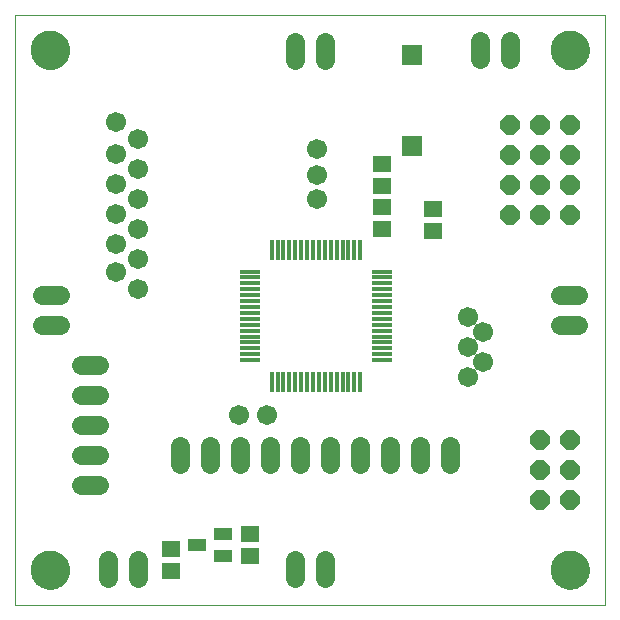
<source format=gts>
G75*
G70*
%OFA0B0*%
%FSLAX24Y24*%
%IPPOS*%
%LPD*%
%AMOC8*
5,1,8,0,0,1.08239X$1,22.5*
%
%ADD10C,0.0000*%
%ADD11C,0.1300*%
%ADD12R,0.0670X0.0158*%
%ADD13R,0.0158X0.0670*%
%ADD14C,0.0670*%
%ADD15C,0.0640*%
%ADD16OC8,0.0640*%
%ADD17R,0.0631X0.0552*%
%ADD18R,0.0591X0.0434*%
%ADD19R,0.0670X0.0670*%
D10*
X003295Y003295D02*
X022980Y003295D01*
X022980Y022980D01*
X003295Y022980D01*
X003295Y003295D01*
X003846Y004476D02*
X003848Y004526D01*
X003854Y004576D01*
X003864Y004625D01*
X003878Y004673D01*
X003895Y004720D01*
X003916Y004765D01*
X003941Y004809D01*
X003969Y004850D01*
X004001Y004889D01*
X004035Y004926D01*
X004072Y004960D01*
X004112Y004990D01*
X004154Y005017D01*
X004198Y005041D01*
X004244Y005062D01*
X004291Y005078D01*
X004339Y005091D01*
X004389Y005100D01*
X004438Y005105D01*
X004489Y005106D01*
X004539Y005103D01*
X004588Y005096D01*
X004637Y005085D01*
X004685Y005070D01*
X004731Y005052D01*
X004776Y005030D01*
X004819Y005004D01*
X004860Y004975D01*
X004899Y004943D01*
X004935Y004908D01*
X004967Y004870D01*
X004997Y004830D01*
X005024Y004787D01*
X005047Y004743D01*
X005066Y004697D01*
X005082Y004649D01*
X005094Y004600D01*
X005102Y004551D01*
X005106Y004501D01*
X005106Y004451D01*
X005102Y004401D01*
X005094Y004352D01*
X005082Y004303D01*
X005066Y004255D01*
X005047Y004209D01*
X005024Y004165D01*
X004997Y004122D01*
X004967Y004082D01*
X004935Y004044D01*
X004899Y004009D01*
X004860Y003977D01*
X004819Y003948D01*
X004776Y003922D01*
X004731Y003900D01*
X004685Y003882D01*
X004637Y003867D01*
X004588Y003856D01*
X004539Y003849D01*
X004489Y003846D01*
X004438Y003847D01*
X004389Y003852D01*
X004339Y003861D01*
X004291Y003874D01*
X004244Y003890D01*
X004198Y003911D01*
X004154Y003935D01*
X004112Y003962D01*
X004072Y003992D01*
X004035Y004026D01*
X004001Y004063D01*
X003969Y004102D01*
X003941Y004143D01*
X003916Y004187D01*
X003895Y004232D01*
X003878Y004279D01*
X003864Y004327D01*
X003854Y004376D01*
X003848Y004426D01*
X003846Y004476D01*
X003846Y021799D02*
X003848Y021849D01*
X003854Y021899D01*
X003864Y021948D01*
X003878Y021996D01*
X003895Y022043D01*
X003916Y022088D01*
X003941Y022132D01*
X003969Y022173D01*
X004001Y022212D01*
X004035Y022249D01*
X004072Y022283D01*
X004112Y022313D01*
X004154Y022340D01*
X004198Y022364D01*
X004244Y022385D01*
X004291Y022401D01*
X004339Y022414D01*
X004389Y022423D01*
X004438Y022428D01*
X004489Y022429D01*
X004539Y022426D01*
X004588Y022419D01*
X004637Y022408D01*
X004685Y022393D01*
X004731Y022375D01*
X004776Y022353D01*
X004819Y022327D01*
X004860Y022298D01*
X004899Y022266D01*
X004935Y022231D01*
X004967Y022193D01*
X004997Y022153D01*
X005024Y022110D01*
X005047Y022066D01*
X005066Y022020D01*
X005082Y021972D01*
X005094Y021923D01*
X005102Y021874D01*
X005106Y021824D01*
X005106Y021774D01*
X005102Y021724D01*
X005094Y021675D01*
X005082Y021626D01*
X005066Y021578D01*
X005047Y021532D01*
X005024Y021488D01*
X004997Y021445D01*
X004967Y021405D01*
X004935Y021367D01*
X004899Y021332D01*
X004860Y021300D01*
X004819Y021271D01*
X004776Y021245D01*
X004731Y021223D01*
X004685Y021205D01*
X004637Y021190D01*
X004588Y021179D01*
X004539Y021172D01*
X004489Y021169D01*
X004438Y021170D01*
X004389Y021175D01*
X004339Y021184D01*
X004291Y021197D01*
X004244Y021213D01*
X004198Y021234D01*
X004154Y021258D01*
X004112Y021285D01*
X004072Y021315D01*
X004035Y021349D01*
X004001Y021386D01*
X003969Y021425D01*
X003941Y021466D01*
X003916Y021510D01*
X003895Y021555D01*
X003878Y021602D01*
X003864Y021650D01*
X003854Y021699D01*
X003848Y021749D01*
X003846Y021799D01*
X021169Y021799D02*
X021171Y021849D01*
X021177Y021899D01*
X021187Y021948D01*
X021201Y021996D01*
X021218Y022043D01*
X021239Y022088D01*
X021264Y022132D01*
X021292Y022173D01*
X021324Y022212D01*
X021358Y022249D01*
X021395Y022283D01*
X021435Y022313D01*
X021477Y022340D01*
X021521Y022364D01*
X021567Y022385D01*
X021614Y022401D01*
X021662Y022414D01*
X021712Y022423D01*
X021761Y022428D01*
X021812Y022429D01*
X021862Y022426D01*
X021911Y022419D01*
X021960Y022408D01*
X022008Y022393D01*
X022054Y022375D01*
X022099Y022353D01*
X022142Y022327D01*
X022183Y022298D01*
X022222Y022266D01*
X022258Y022231D01*
X022290Y022193D01*
X022320Y022153D01*
X022347Y022110D01*
X022370Y022066D01*
X022389Y022020D01*
X022405Y021972D01*
X022417Y021923D01*
X022425Y021874D01*
X022429Y021824D01*
X022429Y021774D01*
X022425Y021724D01*
X022417Y021675D01*
X022405Y021626D01*
X022389Y021578D01*
X022370Y021532D01*
X022347Y021488D01*
X022320Y021445D01*
X022290Y021405D01*
X022258Y021367D01*
X022222Y021332D01*
X022183Y021300D01*
X022142Y021271D01*
X022099Y021245D01*
X022054Y021223D01*
X022008Y021205D01*
X021960Y021190D01*
X021911Y021179D01*
X021862Y021172D01*
X021812Y021169D01*
X021761Y021170D01*
X021712Y021175D01*
X021662Y021184D01*
X021614Y021197D01*
X021567Y021213D01*
X021521Y021234D01*
X021477Y021258D01*
X021435Y021285D01*
X021395Y021315D01*
X021358Y021349D01*
X021324Y021386D01*
X021292Y021425D01*
X021264Y021466D01*
X021239Y021510D01*
X021218Y021555D01*
X021201Y021602D01*
X021187Y021650D01*
X021177Y021699D01*
X021171Y021749D01*
X021169Y021799D01*
X021169Y004476D02*
X021171Y004526D01*
X021177Y004576D01*
X021187Y004625D01*
X021201Y004673D01*
X021218Y004720D01*
X021239Y004765D01*
X021264Y004809D01*
X021292Y004850D01*
X021324Y004889D01*
X021358Y004926D01*
X021395Y004960D01*
X021435Y004990D01*
X021477Y005017D01*
X021521Y005041D01*
X021567Y005062D01*
X021614Y005078D01*
X021662Y005091D01*
X021712Y005100D01*
X021761Y005105D01*
X021812Y005106D01*
X021862Y005103D01*
X021911Y005096D01*
X021960Y005085D01*
X022008Y005070D01*
X022054Y005052D01*
X022099Y005030D01*
X022142Y005004D01*
X022183Y004975D01*
X022222Y004943D01*
X022258Y004908D01*
X022290Y004870D01*
X022320Y004830D01*
X022347Y004787D01*
X022370Y004743D01*
X022389Y004697D01*
X022405Y004649D01*
X022417Y004600D01*
X022425Y004551D01*
X022429Y004501D01*
X022429Y004451D01*
X022425Y004401D01*
X022417Y004352D01*
X022405Y004303D01*
X022389Y004255D01*
X022370Y004209D01*
X022347Y004165D01*
X022320Y004122D01*
X022290Y004082D01*
X022258Y004044D01*
X022222Y004009D01*
X022183Y003977D01*
X022142Y003948D01*
X022099Y003922D01*
X022054Y003900D01*
X022008Y003882D01*
X021960Y003867D01*
X021911Y003856D01*
X021862Y003849D01*
X021812Y003846D01*
X021761Y003847D01*
X021712Y003852D01*
X021662Y003861D01*
X021614Y003874D01*
X021567Y003890D01*
X021521Y003911D01*
X021477Y003935D01*
X021435Y003962D01*
X021395Y003992D01*
X021358Y004026D01*
X021324Y004063D01*
X021292Y004102D01*
X021264Y004143D01*
X021239Y004187D01*
X021218Y004232D01*
X021201Y004279D01*
X021187Y004327D01*
X021177Y004376D01*
X021171Y004426D01*
X021169Y004476D01*
D11*
X021799Y004476D03*
X004476Y004476D03*
X004476Y021799D03*
X021799Y021799D03*
D12*
X015539Y014417D03*
X015539Y014220D03*
X015539Y014024D03*
X015539Y013827D03*
X015539Y013630D03*
X015539Y013433D03*
X015539Y013236D03*
X015539Y013039D03*
X015539Y012843D03*
X015539Y012646D03*
X015539Y012449D03*
X015539Y012252D03*
X015539Y012055D03*
X015539Y011858D03*
X015539Y011661D03*
X015539Y011465D03*
X011130Y011465D03*
X011130Y011661D03*
X011130Y011858D03*
X011130Y012055D03*
X011130Y012252D03*
X011130Y012449D03*
X011130Y012646D03*
X011130Y012843D03*
X011130Y013039D03*
X011130Y013236D03*
X011130Y013433D03*
X011130Y013630D03*
X011130Y013827D03*
X011130Y014024D03*
X011130Y014220D03*
X011130Y014417D03*
D13*
X011858Y015146D03*
X012055Y015146D03*
X012252Y015146D03*
X012449Y015146D03*
X012646Y015146D03*
X012843Y015146D03*
X013039Y015146D03*
X013236Y015146D03*
X013433Y015146D03*
X013630Y015146D03*
X013827Y015146D03*
X014024Y015146D03*
X014220Y015146D03*
X014417Y015146D03*
X014614Y015146D03*
X014811Y015146D03*
X014811Y010736D03*
X014614Y010736D03*
X014417Y010736D03*
X014220Y010736D03*
X014024Y010736D03*
X013827Y010736D03*
X013630Y010736D03*
X013433Y010736D03*
X013236Y010736D03*
X013039Y010736D03*
X012843Y010736D03*
X012646Y010736D03*
X012449Y010736D03*
X012252Y010736D03*
X012055Y010736D03*
X011858Y010736D03*
D14*
X011707Y009636D03*
X010757Y009636D03*
X007407Y013836D03*
X006657Y014386D03*
X007407Y014836D03*
X006657Y015336D03*
X007407Y015836D03*
X006657Y016336D03*
X007407Y016836D03*
X006657Y017336D03*
X007407Y017836D03*
X006657Y018336D03*
X007407Y018836D03*
X006657Y019386D03*
X013357Y018486D03*
X013357Y017636D03*
X013357Y016836D03*
X018407Y012886D03*
X018907Y012386D03*
X018407Y011886D03*
X018907Y011386D03*
X018407Y010886D03*
D15*
X017795Y008595D02*
X017795Y007995D01*
X016795Y007995D02*
X016795Y008595D01*
X015795Y008595D02*
X015795Y007995D01*
X014795Y007995D02*
X014795Y008595D01*
X013795Y008595D02*
X013795Y007995D01*
X012795Y007995D02*
X012795Y008595D01*
X011795Y008595D02*
X011795Y007995D01*
X010795Y007995D02*
X010795Y008595D01*
X009795Y008595D02*
X009795Y007995D01*
X008795Y007995D02*
X008795Y008595D01*
X006095Y008295D02*
X005495Y008295D01*
X005495Y007295D02*
X006095Y007295D01*
X006095Y009295D02*
X005495Y009295D01*
X005495Y010295D02*
X006095Y010295D01*
X006095Y011295D02*
X005495Y011295D01*
X004800Y012638D02*
X004200Y012638D01*
X004200Y013638D02*
X004800Y013638D01*
X012638Y021476D02*
X012638Y022076D01*
X013638Y022076D02*
X013638Y021476D01*
X018795Y021495D02*
X018795Y022095D01*
X019795Y022095D02*
X019795Y021495D01*
X021476Y013638D02*
X022076Y013638D01*
X022076Y012638D02*
X021476Y012638D01*
X013638Y004800D02*
X013638Y004200D01*
X012638Y004200D02*
X012638Y004800D01*
X007388Y004800D02*
X007388Y004200D01*
X006388Y004200D02*
X006388Y004800D01*
D16*
X019795Y016295D03*
X019795Y017295D03*
X019795Y018295D03*
X019795Y019295D03*
X020795Y019295D03*
X021795Y019295D03*
X021795Y018295D03*
X020795Y018295D03*
X020795Y017295D03*
X020795Y016295D03*
X021795Y016295D03*
X021795Y017295D03*
X021795Y008795D03*
X020795Y008795D03*
X020795Y007795D03*
X021795Y007795D03*
X021795Y006795D03*
X020795Y006795D03*
D17*
X017245Y015771D03*
X017245Y016519D03*
X015545Y016569D03*
X015545Y017271D03*
X015545Y018019D03*
X015545Y015821D03*
X011145Y005669D03*
X011145Y004921D03*
X008495Y005169D03*
X008495Y004421D03*
D18*
X009362Y005295D03*
X010228Y004921D03*
X010228Y005669D03*
D19*
X016545Y018595D03*
X016545Y021645D03*
M02*

</source>
